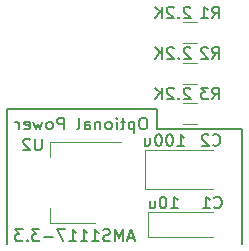
<source format=gbr>
G04 #@! TF.GenerationSoftware,KiCad,Pcbnew,(5.1.5)-3*
G04 #@! TF.CreationDate,2020-01-07T22:17:17+01:00*
G04 #@! TF.ProjectId,WirelessDS18B20,57697265-6c65-4737-9344-533138423230,rev?*
G04 #@! TF.SameCoordinates,Original*
G04 #@! TF.FileFunction,Legend,Bot*
G04 #@! TF.FilePolarity,Positive*
%FSLAX46Y46*%
G04 Gerber Fmt 4.6, Leading zero omitted, Abs format (unit mm)*
G04 Created by KiCad (PCBNEW (5.1.5)-3) date 2020-01-07 22:17:17*
%MOMM*%
%LPD*%
G04 APERTURE LIST*
%ADD10C,0.150000*%
%ADD11C,0.120000*%
G04 APERTURE END LIST*
D10*
X46228000Y-41021000D02*
X46228000Y-50800000D01*
X38989000Y-41021000D02*
X46228000Y-41021000D01*
X38989000Y-39370000D02*
X38989000Y-41021000D01*
X26289000Y-39370000D02*
X38989000Y-39370000D01*
X26289000Y-50800000D02*
X26289000Y-39370000D01*
X37924714Y-40092380D02*
X37734238Y-40092380D01*
X37639000Y-40140000D01*
X37543761Y-40235238D01*
X37496142Y-40425714D01*
X37496142Y-40759047D01*
X37543761Y-40949523D01*
X37639000Y-41044761D01*
X37734238Y-41092380D01*
X37924714Y-41092380D01*
X38019952Y-41044761D01*
X38115190Y-40949523D01*
X38162809Y-40759047D01*
X38162809Y-40425714D01*
X38115190Y-40235238D01*
X38019952Y-40140000D01*
X37924714Y-40092380D01*
X37067571Y-40425714D02*
X37067571Y-41425714D01*
X37067571Y-40473333D02*
X36972333Y-40425714D01*
X36781857Y-40425714D01*
X36686619Y-40473333D01*
X36639000Y-40520952D01*
X36591380Y-40616190D01*
X36591380Y-40901904D01*
X36639000Y-40997142D01*
X36686619Y-41044761D01*
X36781857Y-41092380D01*
X36972333Y-41092380D01*
X37067571Y-41044761D01*
X36305666Y-40425714D02*
X35924714Y-40425714D01*
X36162809Y-40092380D02*
X36162809Y-40949523D01*
X36115190Y-41044761D01*
X36019952Y-41092380D01*
X35924714Y-41092380D01*
X35591380Y-41092380D02*
X35591380Y-40425714D01*
X35591380Y-40092380D02*
X35639000Y-40140000D01*
X35591380Y-40187619D01*
X35543761Y-40140000D01*
X35591380Y-40092380D01*
X35591380Y-40187619D01*
X34972333Y-41092380D02*
X35067571Y-41044761D01*
X35115190Y-40997142D01*
X35162809Y-40901904D01*
X35162809Y-40616190D01*
X35115190Y-40520952D01*
X35067571Y-40473333D01*
X34972333Y-40425714D01*
X34829476Y-40425714D01*
X34734238Y-40473333D01*
X34686619Y-40520952D01*
X34639000Y-40616190D01*
X34639000Y-40901904D01*
X34686619Y-40997142D01*
X34734238Y-41044761D01*
X34829476Y-41092380D01*
X34972333Y-41092380D01*
X34210428Y-40425714D02*
X34210428Y-41092380D01*
X34210428Y-40520952D02*
X34162809Y-40473333D01*
X34067571Y-40425714D01*
X33924714Y-40425714D01*
X33829476Y-40473333D01*
X33781857Y-40568571D01*
X33781857Y-41092380D01*
X32877095Y-41092380D02*
X32877095Y-40568571D01*
X32924714Y-40473333D01*
X33019952Y-40425714D01*
X33210428Y-40425714D01*
X33305666Y-40473333D01*
X32877095Y-41044761D02*
X32972333Y-41092380D01*
X33210428Y-41092380D01*
X33305666Y-41044761D01*
X33353285Y-40949523D01*
X33353285Y-40854285D01*
X33305666Y-40759047D01*
X33210428Y-40711428D01*
X32972333Y-40711428D01*
X32877095Y-40663809D01*
X32258047Y-41092380D02*
X32353285Y-41044761D01*
X32400904Y-40949523D01*
X32400904Y-40092380D01*
X31115190Y-41092380D02*
X31115190Y-40092380D01*
X30734238Y-40092380D01*
X30639000Y-40140000D01*
X30591380Y-40187619D01*
X30543761Y-40282857D01*
X30543761Y-40425714D01*
X30591380Y-40520952D01*
X30639000Y-40568571D01*
X30734238Y-40616190D01*
X31115190Y-40616190D01*
X29972333Y-41092380D02*
X30067571Y-41044761D01*
X30115190Y-40997142D01*
X30162809Y-40901904D01*
X30162809Y-40616190D01*
X30115190Y-40520952D01*
X30067571Y-40473333D01*
X29972333Y-40425714D01*
X29829476Y-40425714D01*
X29734238Y-40473333D01*
X29686619Y-40520952D01*
X29639000Y-40616190D01*
X29639000Y-40901904D01*
X29686619Y-40997142D01*
X29734238Y-41044761D01*
X29829476Y-41092380D01*
X29972333Y-41092380D01*
X29305666Y-40425714D02*
X29115190Y-41092380D01*
X28924714Y-40616190D01*
X28734238Y-41092380D01*
X28543761Y-40425714D01*
X27781857Y-41044761D02*
X27877095Y-41092380D01*
X28067571Y-41092380D01*
X28162809Y-41044761D01*
X28210428Y-40949523D01*
X28210428Y-40568571D01*
X28162809Y-40473333D01*
X28067571Y-40425714D01*
X27877095Y-40425714D01*
X27781857Y-40473333D01*
X27734238Y-40568571D01*
X27734238Y-40663809D01*
X28210428Y-40759047D01*
X27305666Y-41092380D02*
X27305666Y-40425714D01*
X27305666Y-40616190D02*
X27258047Y-40520952D01*
X27210428Y-40473333D01*
X27115190Y-40425714D01*
X27019952Y-40425714D01*
D11*
X41183000Y-37202000D02*
X42383000Y-37202000D01*
X42383000Y-35442000D02*
X41183000Y-35442000D01*
X41183000Y-33773000D02*
X42383000Y-33773000D01*
X42383000Y-32013000D02*
X41183000Y-32013000D01*
X41183000Y-40631000D02*
X42383000Y-40631000D01*
X42383000Y-38871000D02*
X41183000Y-38871000D01*
X38264000Y-50199000D02*
X38264000Y-48099000D01*
X38264000Y-48099000D02*
X43764000Y-48099000D01*
X38264000Y-50199000D02*
X43764000Y-50199000D01*
X37978000Y-46100000D02*
X37978000Y-42800000D01*
X37978000Y-42800000D02*
X43778000Y-42800000D01*
X37978000Y-46100000D02*
X43778000Y-46100000D01*
X35977000Y-42183000D02*
X29967000Y-42183000D01*
X33727000Y-49003000D02*
X29967000Y-49003000D01*
X29967000Y-42183000D02*
X29967000Y-43443000D01*
X29967000Y-49003000D02*
X29967000Y-47743000D01*
D10*
X43680666Y-35123380D02*
X44014000Y-34647190D01*
X44252095Y-35123380D02*
X44252095Y-34123380D01*
X43871142Y-34123380D01*
X43775904Y-34171000D01*
X43728285Y-34218619D01*
X43680666Y-34313857D01*
X43680666Y-34456714D01*
X43728285Y-34551952D01*
X43775904Y-34599571D01*
X43871142Y-34647190D01*
X44252095Y-34647190D01*
X43299714Y-34218619D02*
X43252095Y-34171000D01*
X43156857Y-34123380D01*
X42918761Y-34123380D01*
X42823523Y-34171000D01*
X42775904Y-34218619D01*
X42728285Y-34313857D01*
X42728285Y-34409095D01*
X42775904Y-34551952D01*
X43347333Y-35123380D01*
X42728285Y-35123380D01*
X41839000Y-34218619D02*
X41791380Y-34171000D01*
X41696142Y-34123380D01*
X41458047Y-34123380D01*
X41362809Y-34171000D01*
X41315190Y-34218619D01*
X41267571Y-34313857D01*
X41267571Y-34409095D01*
X41315190Y-34551952D01*
X41886619Y-35123380D01*
X41267571Y-35123380D01*
X40839000Y-35028142D02*
X40791380Y-35075761D01*
X40839000Y-35123380D01*
X40886619Y-35075761D01*
X40839000Y-35028142D01*
X40839000Y-35123380D01*
X40410428Y-34218619D02*
X40362809Y-34171000D01*
X40267571Y-34123380D01*
X40029476Y-34123380D01*
X39934238Y-34171000D01*
X39886619Y-34218619D01*
X39838999Y-34313857D01*
X39838999Y-34409095D01*
X39886619Y-34551952D01*
X40458047Y-35123380D01*
X39838999Y-35123380D01*
X39410428Y-35123380D02*
X39410428Y-34123380D01*
X38838999Y-35123380D02*
X39267571Y-34551952D01*
X38838999Y-34123380D02*
X39410428Y-34694809D01*
X43680666Y-31694380D02*
X44014000Y-31218190D01*
X44252095Y-31694380D02*
X44252095Y-30694380D01*
X43871142Y-30694380D01*
X43775904Y-30742000D01*
X43728285Y-30789619D01*
X43680666Y-30884857D01*
X43680666Y-31027714D01*
X43728285Y-31122952D01*
X43775904Y-31170571D01*
X43871142Y-31218190D01*
X44252095Y-31218190D01*
X42728285Y-31694380D02*
X43299714Y-31694380D01*
X43014000Y-31694380D02*
X43014000Y-30694380D01*
X43109238Y-30837238D01*
X43204476Y-30932476D01*
X43299714Y-30980095D01*
X41839000Y-30789619D02*
X41791380Y-30742000D01*
X41696142Y-30694380D01*
X41458047Y-30694380D01*
X41362809Y-30742000D01*
X41315190Y-30789619D01*
X41267571Y-30884857D01*
X41267571Y-30980095D01*
X41315190Y-31122952D01*
X41886619Y-31694380D01*
X41267571Y-31694380D01*
X40839000Y-31599142D02*
X40791380Y-31646761D01*
X40839000Y-31694380D01*
X40886619Y-31646761D01*
X40839000Y-31599142D01*
X40839000Y-31694380D01*
X40410428Y-30789619D02*
X40362809Y-30742000D01*
X40267571Y-30694380D01*
X40029476Y-30694380D01*
X39934238Y-30742000D01*
X39886619Y-30789619D01*
X39838999Y-30884857D01*
X39838999Y-30980095D01*
X39886619Y-31122952D01*
X40458047Y-31694380D01*
X39838999Y-31694380D01*
X39410428Y-31694380D02*
X39410428Y-30694380D01*
X38838999Y-31694380D02*
X39267571Y-31122952D01*
X38838999Y-30694380D02*
X39410428Y-31265809D01*
X43680666Y-38552380D02*
X44014000Y-38076190D01*
X44252095Y-38552380D02*
X44252095Y-37552380D01*
X43871142Y-37552380D01*
X43775904Y-37600000D01*
X43728285Y-37647619D01*
X43680666Y-37742857D01*
X43680666Y-37885714D01*
X43728285Y-37980952D01*
X43775904Y-38028571D01*
X43871142Y-38076190D01*
X44252095Y-38076190D01*
X43347333Y-37552380D02*
X42728285Y-37552380D01*
X43061619Y-37933333D01*
X42918761Y-37933333D01*
X42823523Y-37980952D01*
X42775904Y-38028571D01*
X42728285Y-38123809D01*
X42728285Y-38361904D01*
X42775904Y-38457142D01*
X42823523Y-38504761D01*
X42918761Y-38552380D01*
X43204476Y-38552380D01*
X43299714Y-38504761D01*
X43347333Y-38457142D01*
X41839000Y-37647619D02*
X41791380Y-37600000D01*
X41696142Y-37552380D01*
X41458047Y-37552380D01*
X41362809Y-37600000D01*
X41315190Y-37647619D01*
X41267571Y-37742857D01*
X41267571Y-37838095D01*
X41315190Y-37980952D01*
X41886619Y-38552380D01*
X41267571Y-38552380D01*
X40839000Y-38457142D02*
X40791380Y-38504761D01*
X40839000Y-38552380D01*
X40886619Y-38504761D01*
X40839000Y-38457142D01*
X40839000Y-38552380D01*
X40410428Y-37647619D02*
X40362809Y-37600000D01*
X40267571Y-37552380D01*
X40029476Y-37552380D01*
X39934238Y-37600000D01*
X39886619Y-37647619D01*
X39838999Y-37742857D01*
X39838999Y-37838095D01*
X39886619Y-37980952D01*
X40458047Y-38552380D01*
X39838999Y-38552380D01*
X39410428Y-38552380D02*
X39410428Y-37552380D01*
X38838999Y-38552380D02*
X39267571Y-37980952D01*
X38838999Y-37552380D02*
X39410428Y-38123809D01*
X43854666Y-47678143D02*
X43902285Y-47725762D01*
X44045142Y-47773381D01*
X44140380Y-47773381D01*
X44283238Y-47725762D01*
X44378476Y-47630524D01*
X44426095Y-47535286D01*
X44473714Y-47344810D01*
X44473714Y-47201953D01*
X44426095Y-47011477D01*
X44378476Y-46916239D01*
X44283238Y-46821001D01*
X44140380Y-46773381D01*
X44045142Y-46773381D01*
X43902285Y-46821001D01*
X43854666Y-46868620D01*
X42902285Y-47773381D02*
X43473714Y-47773381D01*
X43188000Y-47773381D02*
X43188000Y-46773381D01*
X43283238Y-46916239D01*
X43378476Y-47011477D01*
X43473714Y-47059096D01*
X40178856Y-47773381D02*
X40750284Y-47773381D01*
X40464570Y-47773381D02*
X40464570Y-46773381D01*
X40559808Y-46916239D01*
X40655046Y-47011477D01*
X40750284Y-47059096D01*
X39559808Y-46773381D02*
X39464570Y-46773381D01*
X39369332Y-46821001D01*
X39321713Y-46868620D01*
X39274094Y-46963858D01*
X39226475Y-47154334D01*
X39226475Y-47392429D01*
X39274094Y-47582905D01*
X39321713Y-47678143D01*
X39369332Y-47725762D01*
X39464570Y-47773381D01*
X39559808Y-47773381D01*
X39655046Y-47725762D01*
X39702665Y-47678143D01*
X39750284Y-47582905D01*
X39797903Y-47392429D01*
X39797903Y-47154334D01*
X39750284Y-46963858D01*
X39702665Y-46868620D01*
X39655046Y-46821001D01*
X39559808Y-46773381D01*
X38369332Y-47106715D02*
X38369332Y-47773381D01*
X38797903Y-47106715D02*
X38797903Y-47630524D01*
X38750284Y-47725762D01*
X38655046Y-47773381D01*
X38512189Y-47773381D01*
X38416951Y-47725762D01*
X38369332Y-47678143D01*
X43727666Y-42394142D02*
X43775285Y-42441761D01*
X43918142Y-42489380D01*
X44013380Y-42489380D01*
X44156238Y-42441761D01*
X44251476Y-42346523D01*
X44299095Y-42251285D01*
X44346714Y-42060809D01*
X44346714Y-41917952D01*
X44299095Y-41727476D01*
X44251476Y-41632238D01*
X44156238Y-41537000D01*
X44013380Y-41489380D01*
X43918142Y-41489380D01*
X43775285Y-41537000D01*
X43727666Y-41584619D01*
X43346714Y-41584619D02*
X43299095Y-41537000D01*
X43203857Y-41489380D01*
X42965761Y-41489380D01*
X42870523Y-41537000D01*
X42822904Y-41584619D01*
X42775285Y-41679857D01*
X42775285Y-41775095D01*
X42822904Y-41917952D01*
X43394333Y-42489380D01*
X42775285Y-42489380D01*
X40734047Y-42489380D02*
X41305476Y-42489380D01*
X41019761Y-42489380D02*
X41019761Y-41489380D01*
X41115000Y-41632238D01*
X41210238Y-41727476D01*
X41305476Y-41775095D01*
X40115000Y-41489380D02*
X40019761Y-41489380D01*
X39924523Y-41537000D01*
X39876904Y-41584619D01*
X39829285Y-41679857D01*
X39781666Y-41870333D01*
X39781666Y-42108428D01*
X39829285Y-42298904D01*
X39876904Y-42394142D01*
X39924523Y-42441761D01*
X40019761Y-42489380D01*
X40115000Y-42489380D01*
X40210238Y-42441761D01*
X40257857Y-42394142D01*
X40305476Y-42298904D01*
X40353095Y-42108428D01*
X40353095Y-41870333D01*
X40305476Y-41679857D01*
X40257857Y-41584619D01*
X40210238Y-41537000D01*
X40115000Y-41489380D01*
X39162619Y-41489380D02*
X39067380Y-41489380D01*
X38972142Y-41537000D01*
X38924523Y-41584619D01*
X38876904Y-41679857D01*
X38829285Y-41870333D01*
X38829285Y-42108428D01*
X38876904Y-42298904D01*
X38924523Y-42394142D01*
X38972142Y-42441761D01*
X39067380Y-42489380D01*
X39162619Y-42489380D01*
X39257857Y-42441761D01*
X39305476Y-42394142D01*
X39353095Y-42298904D01*
X39400714Y-42108428D01*
X39400714Y-41870333D01*
X39353095Y-41679857D01*
X39305476Y-41584619D01*
X39257857Y-41537000D01*
X39162619Y-41489380D01*
X37972142Y-41822714D02*
X37972142Y-42489380D01*
X38400714Y-41822714D02*
X38400714Y-42346523D01*
X38353095Y-42441761D01*
X38257857Y-42489380D01*
X38115000Y-42489380D01*
X38019761Y-42441761D01*
X37972142Y-42394142D01*
X29234904Y-41870380D02*
X29234904Y-42679904D01*
X29187285Y-42775142D01*
X29139666Y-42822761D01*
X29044428Y-42870380D01*
X28853952Y-42870380D01*
X28758714Y-42822761D01*
X28711095Y-42775142D01*
X28663476Y-42679904D01*
X28663476Y-41870380D01*
X28234904Y-41965619D02*
X28187285Y-41918000D01*
X28092047Y-41870380D01*
X27853952Y-41870380D01*
X27758714Y-41918000D01*
X27711095Y-41965619D01*
X27663476Y-42060857D01*
X27663476Y-42156095D01*
X27711095Y-42298952D01*
X28282523Y-42870380D01*
X27663476Y-42870380D01*
X37004000Y-50259666D02*
X36527809Y-50259666D01*
X37099238Y-50545380D02*
X36765904Y-49545380D01*
X36432571Y-50545380D01*
X36099238Y-50545380D02*
X36099238Y-49545380D01*
X35765904Y-50259666D01*
X35432571Y-49545380D01*
X35432571Y-50545380D01*
X35004000Y-50497761D02*
X34861142Y-50545380D01*
X34623047Y-50545380D01*
X34527809Y-50497761D01*
X34480190Y-50450142D01*
X34432571Y-50354904D01*
X34432571Y-50259666D01*
X34480190Y-50164428D01*
X34527809Y-50116809D01*
X34623047Y-50069190D01*
X34813523Y-50021571D01*
X34908761Y-49973952D01*
X34956380Y-49926333D01*
X35004000Y-49831095D01*
X35004000Y-49735857D01*
X34956380Y-49640619D01*
X34908761Y-49593000D01*
X34813523Y-49545380D01*
X34575428Y-49545380D01*
X34432571Y-49593000D01*
X33480190Y-50545380D02*
X34051619Y-50545380D01*
X33765904Y-50545380D02*
X33765904Y-49545380D01*
X33861142Y-49688238D01*
X33956380Y-49783476D01*
X34051619Y-49831095D01*
X32527809Y-50545380D02*
X33099238Y-50545380D01*
X32813523Y-50545380D02*
X32813523Y-49545380D01*
X32908761Y-49688238D01*
X33004000Y-49783476D01*
X33099238Y-49831095D01*
X31575428Y-50545380D02*
X32146857Y-50545380D01*
X31861142Y-50545380D02*
X31861142Y-49545380D01*
X31956380Y-49688238D01*
X32051619Y-49783476D01*
X32146857Y-49831095D01*
X31242095Y-49545380D02*
X30575428Y-49545380D01*
X31004000Y-50545380D01*
X30194476Y-50164428D02*
X29432571Y-50164428D01*
X29051619Y-49545380D02*
X28432571Y-49545380D01*
X28765904Y-49926333D01*
X28623047Y-49926333D01*
X28527809Y-49973952D01*
X28480190Y-50021571D01*
X28432571Y-50116809D01*
X28432571Y-50354904D01*
X28480190Y-50450142D01*
X28527809Y-50497761D01*
X28623047Y-50545380D01*
X28908761Y-50545380D01*
X29004000Y-50497761D01*
X29051619Y-50450142D01*
X28004000Y-50450142D02*
X27956380Y-50497761D01*
X28004000Y-50545380D01*
X28051619Y-50497761D01*
X28004000Y-50450142D01*
X28004000Y-50545380D01*
X27623047Y-49545380D02*
X27004000Y-49545380D01*
X27337333Y-49926333D01*
X27194476Y-49926333D01*
X27099238Y-49973952D01*
X27051619Y-50021571D01*
X27004000Y-50116809D01*
X27004000Y-50354904D01*
X27051619Y-50450142D01*
X27099238Y-50497761D01*
X27194476Y-50545380D01*
X27480190Y-50545380D01*
X27575428Y-50497761D01*
X27623047Y-50450142D01*
M02*

</source>
